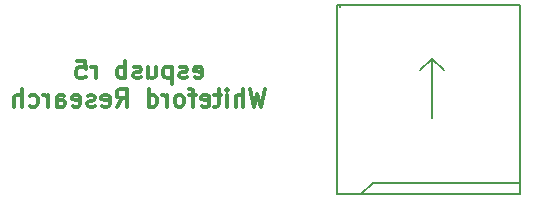
<source format=gbo>
G04 #@! TF.FileFunction,Legend,Bot*
%FSLAX46Y46*%
G04 Gerber Fmt 4.6, Leading zero omitted, Abs format (unit mm)*
G04 Created by KiCad (PCBNEW (2015-11-24 BZR 6329)-product) date Fri 06 May 2016 02:41:50 AM EDT*
%MOMM*%
G01*
G04 APERTURE LIST*
%ADD10C,0.100000*%
%ADD11C,0.300000*%
%ADD12C,0.150000*%
G04 APERTURE END LIST*
D10*
D11*
X146714286Y-104407143D02*
X146857143Y-104478571D01*
X147142857Y-104478571D01*
X147285714Y-104407143D01*
X147357143Y-104264286D01*
X147357143Y-103692857D01*
X147285714Y-103550000D01*
X147142857Y-103478571D01*
X146857143Y-103478571D01*
X146714286Y-103550000D01*
X146642857Y-103692857D01*
X146642857Y-103835714D01*
X147357143Y-103978571D01*
X146071429Y-104407143D02*
X145928572Y-104478571D01*
X145642857Y-104478571D01*
X145500000Y-104407143D01*
X145428572Y-104264286D01*
X145428572Y-104192857D01*
X145500000Y-104050000D01*
X145642857Y-103978571D01*
X145857143Y-103978571D01*
X146000000Y-103907143D01*
X146071429Y-103764286D01*
X146071429Y-103692857D01*
X146000000Y-103550000D01*
X145857143Y-103478571D01*
X145642857Y-103478571D01*
X145500000Y-103550000D01*
X144785714Y-103478571D02*
X144785714Y-104978571D01*
X144785714Y-103550000D02*
X144642857Y-103478571D01*
X144357143Y-103478571D01*
X144214286Y-103550000D01*
X144142857Y-103621429D01*
X144071428Y-103764286D01*
X144071428Y-104192857D01*
X144142857Y-104335714D01*
X144214286Y-104407143D01*
X144357143Y-104478571D01*
X144642857Y-104478571D01*
X144785714Y-104407143D01*
X142785714Y-103478571D02*
X142785714Y-104478571D01*
X143428571Y-103478571D02*
X143428571Y-104264286D01*
X143357143Y-104407143D01*
X143214285Y-104478571D01*
X143000000Y-104478571D01*
X142857143Y-104407143D01*
X142785714Y-104335714D01*
X142142857Y-104407143D02*
X142000000Y-104478571D01*
X141714285Y-104478571D01*
X141571428Y-104407143D01*
X141500000Y-104264286D01*
X141500000Y-104192857D01*
X141571428Y-104050000D01*
X141714285Y-103978571D01*
X141928571Y-103978571D01*
X142071428Y-103907143D01*
X142142857Y-103764286D01*
X142142857Y-103692857D01*
X142071428Y-103550000D01*
X141928571Y-103478571D01*
X141714285Y-103478571D01*
X141571428Y-103550000D01*
X140857142Y-104478571D02*
X140857142Y-102978571D01*
X140857142Y-103550000D02*
X140714285Y-103478571D01*
X140428571Y-103478571D01*
X140285714Y-103550000D01*
X140214285Y-103621429D01*
X140142856Y-103764286D01*
X140142856Y-104192857D01*
X140214285Y-104335714D01*
X140285714Y-104407143D01*
X140428571Y-104478571D01*
X140714285Y-104478571D01*
X140857142Y-104407143D01*
X138357142Y-104478571D02*
X138357142Y-103478571D01*
X138357142Y-103764286D02*
X138285714Y-103621429D01*
X138214285Y-103550000D01*
X138071428Y-103478571D01*
X137928571Y-103478571D01*
X136714285Y-102978571D02*
X137428571Y-102978571D01*
X137500000Y-103692857D01*
X137428571Y-103621429D01*
X137285714Y-103550000D01*
X136928571Y-103550000D01*
X136785714Y-103621429D01*
X136714285Y-103692857D01*
X136642857Y-103835714D01*
X136642857Y-104192857D01*
X136714285Y-104335714D01*
X136785714Y-104407143D01*
X136928571Y-104478571D01*
X137285714Y-104478571D01*
X137428571Y-104407143D01*
X137500000Y-104335714D01*
X152678571Y-105378571D02*
X152321428Y-106878571D01*
X152035714Y-105807143D01*
X151750000Y-106878571D01*
X151392857Y-105378571D01*
X150821428Y-106878571D02*
X150821428Y-105378571D01*
X150178571Y-106878571D02*
X150178571Y-106092857D01*
X150250000Y-105950000D01*
X150392857Y-105878571D01*
X150607142Y-105878571D01*
X150750000Y-105950000D01*
X150821428Y-106021429D01*
X149464285Y-106878571D02*
X149464285Y-105878571D01*
X149464285Y-105378571D02*
X149535714Y-105450000D01*
X149464285Y-105521429D01*
X149392857Y-105450000D01*
X149464285Y-105378571D01*
X149464285Y-105521429D01*
X148964285Y-105878571D02*
X148392856Y-105878571D01*
X148749999Y-105378571D02*
X148749999Y-106664286D01*
X148678571Y-106807143D01*
X148535713Y-106878571D01*
X148392856Y-106878571D01*
X147321428Y-106807143D02*
X147464285Y-106878571D01*
X147749999Y-106878571D01*
X147892856Y-106807143D01*
X147964285Y-106664286D01*
X147964285Y-106092857D01*
X147892856Y-105950000D01*
X147749999Y-105878571D01*
X147464285Y-105878571D01*
X147321428Y-105950000D01*
X147249999Y-106092857D01*
X147249999Y-106235714D01*
X147964285Y-106378571D01*
X146821428Y-105878571D02*
X146249999Y-105878571D01*
X146607142Y-106878571D02*
X146607142Y-105592857D01*
X146535714Y-105450000D01*
X146392856Y-105378571D01*
X146249999Y-105378571D01*
X145535713Y-106878571D02*
X145678571Y-106807143D01*
X145749999Y-106735714D01*
X145821428Y-106592857D01*
X145821428Y-106164286D01*
X145749999Y-106021429D01*
X145678571Y-105950000D01*
X145535713Y-105878571D01*
X145321428Y-105878571D01*
X145178571Y-105950000D01*
X145107142Y-106021429D01*
X145035713Y-106164286D01*
X145035713Y-106592857D01*
X145107142Y-106735714D01*
X145178571Y-106807143D01*
X145321428Y-106878571D01*
X145535713Y-106878571D01*
X144392856Y-106878571D02*
X144392856Y-105878571D01*
X144392856Y-106164286D02*
X144321428Y-106021429D01*
X144249999Y-105950000D01*
X144107142Y-105878571D01*
X143964285Y-105878571D01*
X142821428Y-106878571D02*
X142821428Y-105378571D01*
X142821428Y-106807143D02*
X142964285Y-106878571D01*
X143249999Y-106878571D01*
X143392857Y-106807143D01*
X143464285Y-106735714D01*
X143535714Y-106592857D01*
X143535714Y-106164286D01*
X143464285Y-106021429D01*
X143392857Y-105950000D01*
X143249999Y-105878571D01*
X142964285Y-105878571D01*
X142821428Y-105950000D01*
X140107142Y-106878571D02*
X140607142Y-106164286D01*
X140964285Y-106878571D02*
X140964285Y-105378571D01*
X140392857Y-105378571D01*
X140249999Y-105450000D01*
X140178571Y-105521429D01*
X140107142Y-105664286D01*
X140107142Y-105878571D01*
X140178571Y-106021429D01*
X140249999Y-106092857D01*
X140392857Y-106164286D01*
X140964285Y-106164286D01*
X138892857Y-106807143D02*
X139035714Y-106878571D01*
X139321428Y-106878571D01*
X139464285Y-106807143D01*
X139535714Y-106664286D01*
X139535714Y-106092857D01*
X139464285Y-105950000D01*
X139321428Y-105878571D01*
X139035714Y-105878571D01*
X138892857Y-105950000D01*
X138821428Y-106092857D01*
X138821428Y-106235714D01*
X139535714Y-106378571D01*
X138250000Y-106807143D02*
X138107143Y-106878571D01*
X137821428Y-106878571D01*
X137678571Y-106807143D01*
X137607143Y-106664286D01*
X137607143Y-106592857D01*
X137678571Y-106450000D01*
X137821428Y-106378571D01*
X138035714Y-106378571D01*
X138178571Y-106307143D01*
X138250000Y-106164286D01*
X138250000Y-106092857D01*
X138178571Y-105950000D01*
X138035714Y-105878571D01*
X137821428Y-105878571D01*
X137678571Y-105950000D01*
X136392857Y-106807143D02*
X136535714Y-106878571D01*
X136821428Y-106878571D01*
X136964285Y-106807143D01*
X137035714Y-106664286D01*
X137035714Y-106092857D01*
X136964285Y-105950000D01*
X136821428Y-105878571D01*
X136535714Y-105878571D01*
X136392857Y-105950000D01*
X136321428Y-106092857D01*
X136321428Y-106235714D01*
X137035714Y-106378571D01*
X135035714Y-106878571D02*
X135035714Y-106092857D01*
X135107143Y-105950000D01*
X135250000Y-105878571D01*
X135535714Y-105878571D01*
X135678571Y-105950000D01*
X135035714Y-106807143D02*
X135178571Y-106878571D01*
X135535714Y-106878571D01*
X135678571Y-106807143D01*
X135750000Y-106664286D01*
X135750000Y-106521429D01*
X135678571Y-106378571D01*
X135535714Y-106307143D01*
X135178571Y-106307143D01*
X135035714Y-106235714D01*
X134321428Y-106878571D02*
X134321428Y-105878571D01*
X134321428Y-106164286D02*
X134250000Y-106021429D01*
X134178571Y-105950000D01*
X134035714Y-105878571D01*
X133892857Y-105878571D01*
X132750000Y-106807143D02*
X132892857Y-106878571D01*
X133178571Y-106878571D01*
X133321429Y-106807143D01*
X133392857Y-106735714D01*
X133464286Y-106592857D01*
X133464286Y-106164286D01*
X133392857Y-106021429D01*
X133321429Y-105950000D01*
X133178571Y-105878571D01*
X132892857Y-105878571D01*
X132750000Y-105950000D01*
X132107143Y-106878571D02*
X132107143Y-105378571D01*
X131464286Y-106878571D02*
X131464286Y-106092857D01*
X131535715Y-105950000D01*
X131678572Y-105878571D01*
X131892857Y-105878571D01*
X132035715Y-105950000D01*
X132107143Y-106021429D01*
D12*
X174300000Y-113300000D02*
X161800000Y-113300000D01*
X161800000Y-113300000D02*
X160800000Y-114300000D01*
X158800000Y-114300000D02*
X174300000Y-114300000D01*
X174300000Y-114300000D02*
X174300000Y-98300000D01*
X174300000Y-98300000D02*
X158800000Y-98300000D01*
X158800000Y-98300000D02*
X158800000Y-114300000D01*
X166800000Y-107800000D02*
X166800000Y-102800000D01*
X166800000Y-102800000D02*
X165800000Y-103800000D01*
X165800000Y-103800000D02*
X166800000Y-102800000D01*
X166800000Y-102800000D02*
X167800000Y-103800000D01*
X159000000Y-98400000D02*
X158950000Y-98300000D01*
M02*

</source>
